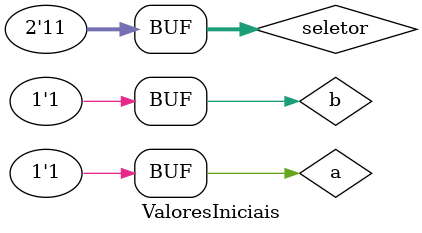
<source format=v>

module A (output s0, s1, input x,y);
    or  OR1(s1, x, y);
	nor  NOR1 (s0, x, y);


endmodule

module B (output s0, s1, input x,y);
    
	xor XOR1(s1, x, y);
	xnor NXOR1 (s0, x, y);
	
endmodule

module MUX(output s0, input x,y, seletor);
    wire  notseletor, sa1, sa2;
    
    
    not NOT1 (notseletor, seletor);
    and AND1(sa1, x, seletor);
    and AND2(sa2, y, notseletor);
    or OR1  (s0, sa1, sa2);
    
endmodule    

module E3(output s0, input x, y, seletor1, seletor2);

    wire ono1, ono2, xo1, xo2, m1, m2;
    
    A A1(ono1, ono2, x, y);
    B B1(xo1, xo2, x, y);
    MUX MUX1(m1, ono1, ono2, seletor1);
    MUX MUX2(m2, xo1, xo2, seletor1);
    MUX MUX3(s0, m2, m1, seletor2);
    
endmodule
    
module ValoresIniciais;

reg a, b;
reg [1:0] seletor;
wire s0;

E3 ME3 (s0, a, b, seletor[0], seletor[1]);
initial
begin : start

	a = 1'bx;
	b = 1'bx;
	seletor = 2'bxx;

end

initial
begin : main

	$display("Exemplo_0704 - Larissa Gomes - 650525");
	$display("Expressoes booleanas");
	
	#1 a = 0; b = 0; seletor = 00;
	$display("seletor a  b  =  s0  ");
    $monitor("%2B      %2b %2b  = %2b ",seletor, a, b, s0);
		
	#1 a = 0; b = 1; seletor = 00;
	#1 a = 1; b = 0; seletor = 00;
	#1 a = 1; b = 1; seletor = 00;
	
	#1 a = 0; b = 0; seletor = 01;
	#1 a = 0; b = 1; seletor = 01;
	#1 a = 1; b = 0; seletor = 01;
	#1 a = 1; b = 1; seletor = 01;
	
	#1 a = 0; b = 0; seletor = 10;
	#1 a = 0; b = 1; seletor = 10;
	#1 a = 1; b = 0; seletor = 10;
	#1 a = 1; b = 1; seletor = 10;
	

	#1 a = 0; b = 0; seletor = 11;
	#1 a = 0; b = 1; seletor = 11;
	#1 a = 1; b = 0; seletor = 11;
	#1 a = 1; b = 1; seletor = 11;
end
endmodule
</source>
